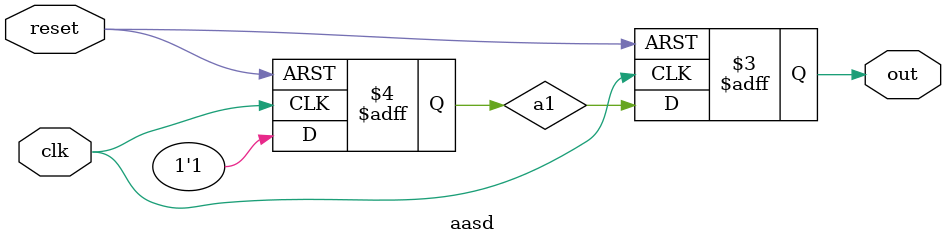
<source format=v>

`timescale 1 ns / 1 ns
module aasd(clk, reset, out);
input clk, reset;
output reg out;
reg a1;
always @ (negedge reset or posedge clk)
if (!reset) 
begin 
a1 <= 0; 
out <= 0; 
end
else begin
a1 <= 1; 
out <= a1; 
end 
endmodule

</source>
